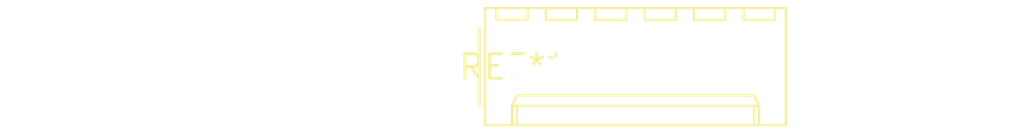
<source format=kicad_pcb>
(kicad_pcb (version 20240108) (generator pcbnew)
  (layers (0 "F.Cu" signal) (31 "B.Cu" signal) (34 "B.Paste" user) (35 "F.Paste" user) (36 "B.SilkS" user "B.Silkscreen") (37 "F.SilkS" user "F.Silkscreen") (38 "B.Mask" user) (39 "F.Mask" user) (44 "Edge.Cuts" user))
  (net 0 "")
  (footprint "Molex_KK-254_AE-6410-06A_1x06_P2.54mm_Vertical" (layer "F.Cu") (at 0 0)
    (property "Reference" "REF**")
    (property "Value" "Molex_KK-254_AE-6410-06A_1x06_P2.54mm_Vertical")
    (fp_line (start -1.67 -2) (end -1.67 2) (layer "F.SilkS") (stroke (width 0.12)))
    (fp_line (start -1.38 -3.03) (end -1.38 2.99) (layer "F.SilkS") (stroke (width 0.12)))
    (fp_line (start -1.38 2.99) (end 14.08 2.99) (layer "F.SilkS") (stroke (width 0.12)))
    (fp_line (start -0.8 -3.03) (end -0.8 -2.43) (layer "F.SilkS") (stroke (width 0.12)))
    (fp_line (start -0.8 -2.43) (end 0.8 -2.43) (layer "F.SilkS") (stroke (width 0.12)))
    (fp_line (start 0 1.99) (end 0.25 1.46) (layer "F.SilkS") (stroke (width 0.12)))
    (fp_line (start 0 1.99) (end 12.7 1.99) (layer "F.SilkS") (stroke (width 0.12)))
    (fp_line (start 0 2.99) (end 0 1.99) (layer "F.SilkS") (stroke (width 0.12)))
    (fp_line (start 0.25 1.46) (end 12.45 1.46) (layer "F.SilkS") (stroke (width 0.12)))
    (fp_line (start 0.25 2.99) (end 0.25 1.99) (layer "F.SilkS") (stroke (width 0.12)))
    (fp_line (start 0.8 -2.43) (end 0.8 -3.03) (layer "F.SilkS") (stroke (width 0.12)))
    (fp_line (start 1.74 -3.03) (end 1.74 -2.43) (layer "F.SilkS") (stroke (width 0.12)))
    (fp_line (start 1.74 -2.43) (end 3.34 -2.43) (layer "F.SilkS") (stroke (width 0.12)))
    (fp_line (start 3.34 -2.43) (end 3.34 -3.03) (layer "F.SilkS") (stroke (width 0.12)))
    (fp_line (start 4.28 -3.03) (end 4.28 -2.43) (layer "F.SilkS") (stroke (width 0.12)))
    (fp_line (start 4.28 -2.43) (end 5.88 -2.43) (layer "F.SilkS") (stroke (width 0.12)))
    (fp_line (start 5.88 -2.43) (end 5.88 -3.03) (layer "F.SilkS") (stroke (width 0.12)))
    (fp_line (start 6.82 -3.03) (end 6.82 -2.43) (layer "F.SilkS") (stroke (width 0.12)))
    (fp_line (start 6.82 -2.43) (end 8.42 -2.43) (layer "F.SilkS") (stroke (width 0.12)))
    (fp_line (start 8.42 -2.43) (end 8.42 -3.03) (layer "F.SilkS") (stroke (width 0.12)))
    (fp_line (start 9.36 -3.03) (end 9.36 -2.43) (layer "F.SilkS") (stroke (width 0.12)))
    (fp_line (start 9.36 -2.43) (end 10.96 -2.43) (layer "F.SilkS") (stroke (width 0.12)))
    (fp_line (start 10.96 -2.43) (end 10.96 -3.03) (layer "F.SilkS") (stroke (width 0.12)))
    (fp_line (start 11.9 -3.03) (end 11.9 -2.43) (layer "F.SilkS") (stroke (width 0.12)))
    (fp_line (start 11.9 -2.43) (end 13.5 -2.43) (layer "F.SilkS") (stroke (width 0.12)))
    (fp_line (start 12.45 1.46) (end 12.7 1.99) (layer "F.SilkS") (stroke (width 0.12)))
    (fp_line (start 12.45 2.99) (end 12.45 1.99) (layer "F.SilkS") (stroke (width 0.12)))
    (fp_line (start 12.7 1.99) (end 12.7 2.99) (layer "F.SilkS") (stroke (width 0.12)))
    (fp_line (start 13.5 -2.43) (end 13.5 -3.03) (layer "F.SilkS") (stroke (width 0.12)))
    (fp_line (start 14.08 -3.03) (end -1.38 -3.03) (layer "F.SilkS") (stroke (width 0.12)))
    (fp_line (start 14.08 2.99) (end 14.08 -3.03) (layer "F.SilkS") (stroke (width 0.12)))
    (pad "1" thru_hole roundrect (at 0 0) (size 1.74 2.19) (drill 1.19) (layers *.Cu *.Mask) (remove_unused_layers) (roundrect_rratio 0.143678))
    (pad "2" thru_hole oval (at 2.54 0) (size 1.74 2.19) (drill 1.19) (layers *.Cu *.Mask) (remove_unused_layers))
    (pad "3" thru_hole oval (at 5.08 0) (size 1.74 2.19) (drill 1.19) (layers *.Cu *.Mask) (remove_unused_layers))
    (pad "4" thru_hole oval (at 7.62 0) (size 1.74 2.19) (drill 1.19) (layers *.Cu *.Mask) (remove_unused_layers))
    (pad "5" thru_hole oval (at 10.16 0) (size 1.74 2.19) (drill 1.19) (layers *.Cu *.Mask) (remove_unused_layers))
    (pad "6" thru_hole oval (at 12.7 0) (size 1.74 2.19) (drill 1.19) (layers *.Cu *.Mask) (remove_unused_layers))
  )
)
</source>
